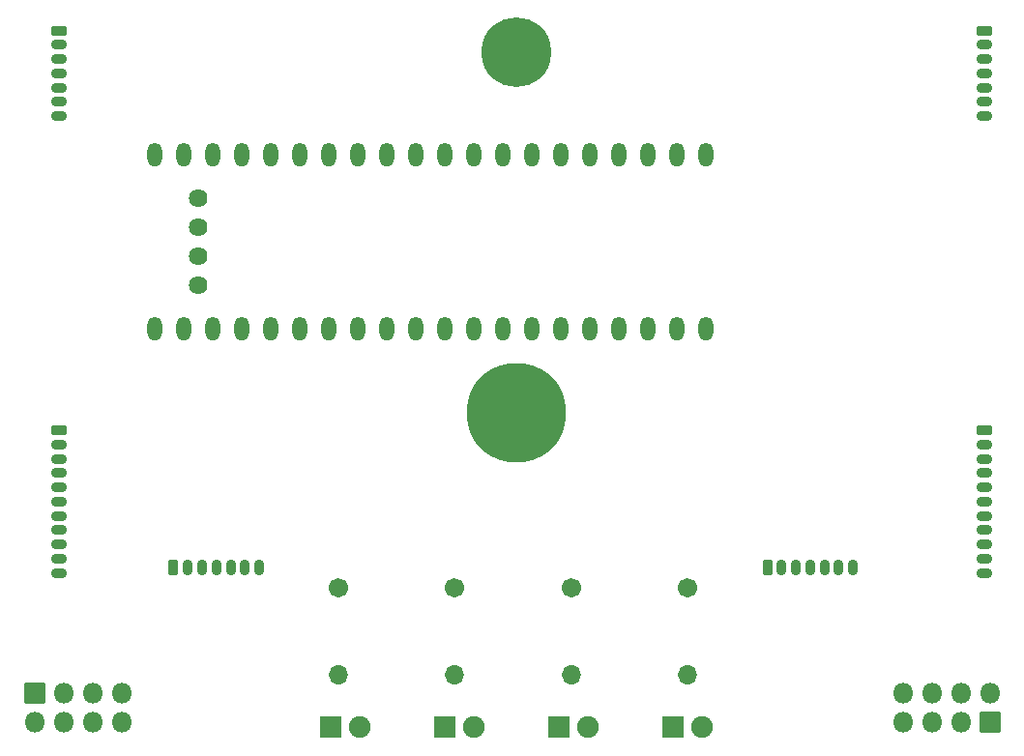
<source format=gbr>
%TF.GenerationSoftware,KiCad,Pcbnew,(6.0.2)*%
%TF.CreationDate,2022-03-15T14:17:51+03:00*%
%TF.ProjectId,kinesis-80,6b696e65-7369-4732-9d38-302e6b696361,rev?*%
%TF.SameCoordinates,Original*%
%TF.FileFunction,Soldermask,Top*%
%TF.FilePolarity,Negative*%
%FSLAX46Y46*%
G04 Gerber Fmt 4.6, Leading zero omitted, Abs format (unit mm)*
G04 Created by KiCad (PCBNEW (6.0.2)) date 2022-03-15 14:17:51*
%MOMM*%
%LPD*%
G01*
G04 APERTURE LIST*
G04 Aperture macros list*
%AMRoundRect*
0 Rectangle with rounded corners*
0 $1 Rounding radius*
0 $2 $3 $4 $5 $6 $7 $8 $9 X,Y pos of 4 corners*
0 Add a 4 corners polygon primitive as box body*
4,1,4,$2,$3,$4,$5,$6,$7,$8,$9,$2,$3,0*
0 Add four circle primitives for the rounded corners*
1,1,$1+$1,$2,$3*
1,1,$1+$1,$4,$5*
1,1,$1+$1,$6,$7*
1,1,$1+$1,$8,$9*
0 Add four rect primitives between the rounded corners*
20,1,$1+$1,$2,$3,$4,$5,0*
20,1,$1+$1,$4,$5,$6,$7,0*
20,1,$1+$1,$6,$7,$8,$9,0*
20,1,$1+$1,$8,$9,$2,$3,0*%
G04 Aperture macros list end*
%ADD10C,6.101600*%
%ADD11C,8.701600*%
%ADD12RoundRect,0.050800X-0.900000X-0.900000X0.900000X-0.900000X0.900000X0.900000X-0.900000X0.900000X0*%
%ADD13C,1.901600*%
%ADD14RoundRect,0.250800X-0.450000X0.200000X-0.450000X-0.200000X0.450000X-0.200000X0.450000X0.200000X0*%
%ADD15O,1.401600X0.901600*%
%ADD16RoundRect,0.250800X-0.200000X-0.450000X0.200000X-0.450000X0.200000X0.450000X-0.200000X0.450000X0*%
%ADD17O,0.901600X1.401600*%
%ADD18O,1.301600X2.101600*%
%ADD19C,1.625600*%
%ADD20RoundRect,0.050800X-0.850000X0.850000X-0.850000X-0.850000X0.850000X-0.850000X0.850000X0.850000X0*%
%ADD21O,1.801600X1.801600*%
%ADD22RoundRect,0.050800X0.850000X-0.850000X0.850000X0.850000X-0.850000X0.850000X-0.850000X-0.850000X0*%
%ADD23C,1.701600*%
%ADD24O,1.701600X1.701600*%
G04 APERTURE END LIST*
D10*
%TO.C,H2*%
X142000000Y-74900000D03*
%TD*%
D11*
%TO.C,H1*%
X142000000Y-106500000D03*
%TD*%
D12*
%TO.C,LED2*%
X135750000Y-134000000D03*
D13*
X138290000Y-134000000D03*
%TD*%
D12*
%TO.C,LED3*%
X145750000Y-134000000D03*
D13*
X148290000Y-134000000D03*
%TD*%
D12*
%TO.C,LED4*%
X155750000Y-134000000D03*
D13*
X158290000Y-134000000D03*
%TD*%
D12*
%TO.C,LED1*%
X125750000Y-134000000D03*
D13*
X128290000Y-134000000D03*
%TD*%
D14*
%TO.C,J1*%
X102000000Y-73000000D03*
D15*
X102000000Y-74250000D03*
X102000000Y-75500000D03*
X102000000Y-76750000D03*
X102000000Y-78000000D03*
X102000000Y-79250000D03*
X102000000Y-80500000D03*
%TD*%
D14*
%TO.C,J2*%
X183000000Y-73000000D03*
D15*
X183000000Y-74250000D03*
X183000000Y-75500000D03*
X183000000Y-76750000D03*
X183000000Y-78000000D03*
X183000000Y-79250000D03*
X183000000Y-80500000D03*
%TD*%
D14*
%TO.C,J3*%
X102000000Y-108000000D03*
D15*
X102000000Y-109250000D03*
X102000000Y-110500000D03*
X102000000Y-111750000D03*
X102000000Y-113000000D03*
X102000000Y-114250000D03*
X102000000Y-115500000D03*
X102000000Y-116750000D03*
X102000000Y-118000000D03*
X102000000Y-119250000D03*
X102000000Y-120500000D03*
%TD*%
D14*
%TO.C,J4*%
X183000000Y-108000000D03*
D15*
X183000000Y-109250000D03*
X183000000Y-110500000D03*
X183000000Y-111750000D03*
X183000000Y-113000000D03*
X183000000Y-114250000D03*
X183000000Y-115500000D03*
X183000000Y-116750000D03*
X183000000Y-118000000D03*
X183000000Y-119250000D03*
X183000000Y-120500000D03*
%TD*%
D16*
%TO.C,J6*%
X164000000Y-120000000D03*
D17*
X165250000Y-120000000D03*
X166500000Y-120000000D03*
X167750000Y-120000000D03*
X169000000Y-120000000D03*
X170250000Y-120000000D03*
X171500000Y-120000000D03*
%TD*%
D18*
%TO.C,U1*%
X158630000Y-99120000D03*
X156090000Y-99120000D03*
X153550000Y-99120000D03*
X151010000Y-99120000D03*
X148470000Y-99120000D03*
X145930000Y-99120000D03*
X143390000Y-99120000D03*
X140850000Y-99120000D03*
X138310000Y-99120000D03*
X135770000Y-99120000D03*
X133230000Y-99120000D03*
X130690000Y-99120000D03*
X128150000Y-99120000D03*
X125610000Y-99120000D03*
X123070000Y-99120000D03*
X120530000Y-99120000D03*
X117990000Y-99120000D03*
X115450000Y-99120000D03*
X112910000Y-99120000D03*
X110370000Y-99120000D03*
X110370000Y-83880000D03*
X112910000Y-83880000D03*
X115450000Y-83880000D03*
X117990000Y-83880000D03*
X120530000Y-83880000D03*
X123070000Y-83880000D03*
X125610000Y-83880000D03*
X128150000Y-83880000D03*
X130690000Y-83880000D03*
X133230000Y-83880000D03*
X135770000Y-83880000D03*
X138310000Y-83880000D03*
X140850000Y-83880000D03*
X143390000Y-83880000D03*
X145930000Y-83880000D03*
X148470000Y-83880000D03*
X151010000Y-83880000D03*
X153550000Y-83880000D03*
X156090000Y-83880000D03*
X158630000Y-83880000D03*
D19*
X114180000Y-95310000D03*
X114180000Y-92770000D03*
X114180000Y-90230000D03*
X114180000Y-87690000D03*
%TD*%
D20*
%TO.C,J8*%
X99840000Y-131030000D03*
D21*
X99840000Y-133570000D03*
X102380000Y-131030000D03*
X102380000Y-133570000D03*
X104920000Y-131030000D03*
X104920000Y-133570000D03*
X107460000Y-131030000D03*
X107460000Y-133570000D03*
%TD*%
D22*
%TO.C,J7*%
X183480000Y-133570000D03*
D21*
X183480000Y-131030000D03*
X180940000Y-133570000D03*
X180940000Y-131030000D03*
X178400000Y-133570000D03*
X178400000Y-131030000D03*
X175860000Y-133570000D03*
X175860000Y-131030000D03*
%TD*%
D16*
%TO.C,J5*%
X112000000Y-120000000D03*
D17*
X113250000Y-120000000D03*
X114500000Y-120000000D03*
X115750000Y-120000000D03*
X117000000Y-120000000D03*
X118250000Y-120000000D03*
X119500000Y-120000000D03*
%TD*%
D23*
%TO.C,R5*%
X157000000Y-121800000D03*
D24*
X157000000Y-129420000D03*
%TD*%
D23*
%TO.C,R6*%
X146800000Y-121800000D03*
D24*
X146800000Y-129420000D03*
%TD*%
D23*
%TO.C,R7*%
X136600000Y-121800000D03*
D24*
X136600000Y-129420000D03*
%TD*%
D23*
%TO.C,R8*%
X126400000Y-121800000D03*
D24*
X126400000Y-129420000D03*
%TD*%
M02*

</source>
